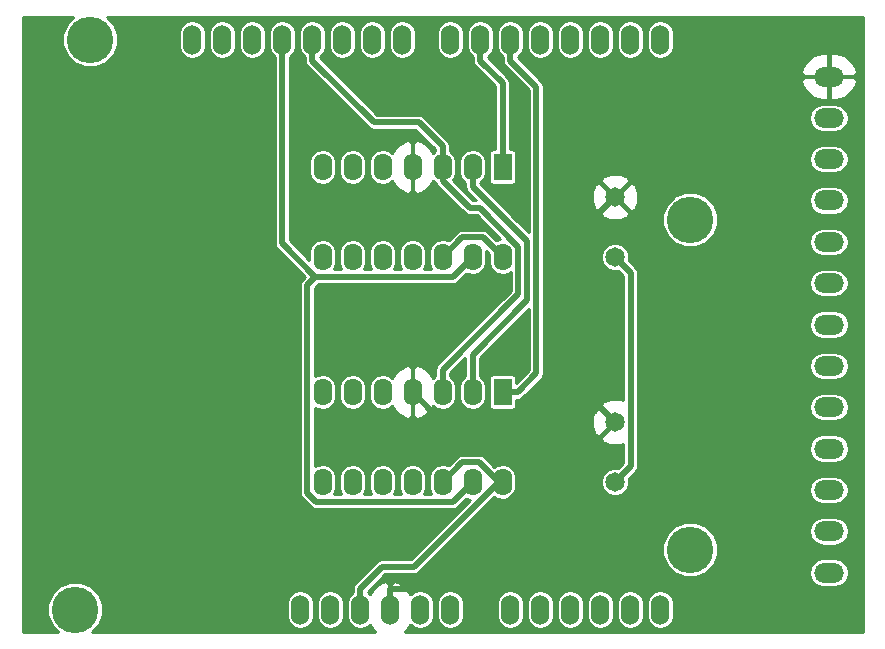
<source format=gbl>
G04 (created by PCBNEW (2013-mar-13)-testing) date Sat 24 Aug 2013 07:59:04 PM PDT*
%MOIN*%
G04 Gerber Fmt 3.4, Leading zero omitted, Abs format*
%FSLAX34Y34*%
G01*
G70*
G90*
G04 APERTURE LIST*
%ADD10C,0.005906*%
%ADD11O,0.060000X0.100000*%
%ADD12C,0.155000*%
%ADD13R,0.062000X0.090000*%
%ADD14O,0.062000X0.090000*%
%ADD15C,0.065000*%
%ADD16O,0.100000X0.065000*%
%ADD17C,0.020000*%
%ADD18C,0.010000*%
G04 APERTURE END LIST*
G54D10*
G54D11*
X31500Y-29000D03*
X30500Y-29000D03*
X29500Y-29000D03*
X26500Y-29000D03*
X27500Y-29000D03*
X28500Y-29000D03*
X24500Y-29000D03*
X23500Y-29000D03*
X22500Y-29000D03*
X20500Y-29000D03*
X19500Y-29000D03*
X31500Y-10000D03*
X30500Y-10000D03*
X29500Y-10000D03*
X28500Y-10000D03*
X27500Y-10000D03*
X26500Y-10000D03*
X25500Y-10000D03*
X24500Y-10000D03*
X22900Y-10000D03*
X21900Y-10000D03*
X20900Y-10000D03*
X19900Y-10000D03*
X18900Y-10000D03*
X17900Y-10000D03*
X16900Y-10000D03*
X15900Y-10000D03*
X21500Y-29000D03*
G54D12*
X32500Y-27000D03*
X32500Y-16000D03*
X12500Y-10000D03*
X12000Y-29000D03*
G54D13*
X26250Y-21750D03*
G54D14*
X25250Y-21750D03*
X24250Y-21750D03*
X23250Y-21750D03*
X22250Y-21750D03*
X21250Y-21750D03*
X20250Y-21750D03*
X20250Y-24750D03*
X21250Y-24750D03*
X22250Y-24750D03*
X23250Y-24750D03*
X24250Y-24750D03*
X25250Y-24750D03*
X26250Y-24750D03*
G54D13*
X26250Y-14250D03*
G54D14*
X25250Y-14250D03*
X24250Y-14250D03*
X23250Y-14250D03*
X22250Y-14250D03*
X21250Y-14250D03*
X20250Y-14250D03*
X20250Y-17250D03*
X21250Y-17250D03*
X22250Y-17250D03*
X23250Y-17250D03*
X24250Y-17250D03*
X25250Y-17250D03*
X26250Y-17250D03*
G54D15*
X30000Y-24750D03*
X30000Y-22750D03*
X30000Y-17250D03*
X30000Y-15250D03*
G54D16*
X37126Y-27769D03*
X37125Y-26392D03*
X37124Y-25011D03*
X37125Y-23634D03*
X37125Y-22256D03*
X37125Y-20880D03*
X37125Y-19501D03*
X37124Y-18123D03*
X37124Y-16745D03*
X37124Y-15365D03*
X37123Y-12611D03*
X37124Y-13989D03*
X37124Y-11233D03*
G54D17*
X30530Y-24220D02*
X30000Y-24750D01*
X30530Y-17780D02*
X30530Y-24220D01*
X30000Y-17250D02*
X30530Y-17780D01*
X24906Y-16593D02*
X24250Y-17250D01*
X25593Y-16593D02*
X24906Y-16593D01*
X26250Y-17250D02*
X25593Y-16593D01*
X21500Y-29000D02*
X21500Y-28299D01*
X25471Y-24091D02*
X26122Y-24741D01*
X24908Y-24091D02*
X25471Y-24091D01*
X24250Y-24750D02*
X24908Y-24091D01*
X26241Y-24741D02*
X26122Y-24741D01*
X26250Y-24750D02*
X26241Y-24741D01*
X22229Y-27570D02*
X21500Y-28299D01*
X23292Y-27570D02*
X22229Y-27570D01*
X26122Y-24741D02*
X23292Y-27570D01*
X27378Y-11578D02*
X26500Y-10700D01*
X27378Y-21131D02*
X27378Y-11578D01*
X26760Y-21750D02*
X27378Y-21131D01*
X26250Y-21750D02*
X26760Y-21750D01*
X26500Y-10000D02*
X26500Y-10700D01*
X26250Y-11450D02*
X25500Y-10700D01*
X26250Y-14250D02*
X26250Y-11450D01*
X25500Y-10000D02*
X25500Y-10700D01*
X24592Y-17907D02*
X20011Y-17907D01*
X25250Y-17250D02*
X24592Y-17907D01*
X18900Y-16795D02*
X18900Y-10000D01*
X20011Y-17907D02*
X18900Y-16795D01*
X19738Y-18179D02*
X20011Y-17907D01*
X19738Y-25113D02*
X19738Y-18179D01*
X20026Y-25401D02*
X19738Y-25113D01*
X24598Y-25401D02*
X20026Y-25401D01*
X25250Y-24750D02*
X24598Y-25401D01*
X24250Y-14250D02*
X24250Y-14700D01*
X24250Y-14700D02*
X25162Y-15612D01*
X25162Y-15612D02*
X25490Y-15612D01*
X25490Y-15612D02*
X26778Y-16900D01*
X26778Y-16900D02*
X26778Y-18471D01*
X26778Y-18471D02*
X24250Y-21000D01*
X24250Y-21000D02*
X24250Y-21750D01*
X19900Y-10000D02*
X19900Y-10700D01*
X19900Y-10700D02*
X21950Y-12750D01*
X21950Y-12750D02*
X23450Y-12750D01*
X23450Y-12750D02*
X24250Y-13550D01*
X24250Y-13550D02*
X24250Y-14250D01*
X25250Y-20510D02*
X25250Y-21750D01*
X27078Y-18682D02*
X25250Y-20510D01*
X27078Y-16728D02*
X27078Y-18682D01*
X25250Y-14900D02*
X27078Y-16728D01*
X25250Y-14250D02*
X25250Y-14900D01*
X30000Y-22750D02*
X29469Y-22219D01*
X29469Y-15780D02*
X30000Y-15250D01*
X29469Y-22219D02*
X29469Y-15780D01*
X22500Y-29000D02*
X22500Y-28299D01*
X23562Y-28299D02*
X22500Y-28299D01*
X26779Y-25083D02*
X23562Y-28299D01*
X26779Y-22403D02*
X26779Y-25083D01*
X29286Y-22403D02*
X26779Y-22403D01*
X29469Y-22219D02*
X29286Y-22403D01*
X23903Y-22403D02*
X23250Y-21750D01*
X26779Y-22403D02*
X23903Y-22403D01*
G54D10*
G36*
X38250Y-29750D02*
X38060Y-29750D01*
X38060Y-11378D01*
X38060Y-11087D01*
X38024Y-10959D01*
X37864Y-10702D01*
X37618Y-10526D01*
X37324Y-10458D01*
X37149Y-10458D01*
X37149Y-11208D01*
X37961Y-11208D01*
X38060Y-11087D01*
X38060Y-11378D01*
X37961Y-11258D01*
X37149Y-11258D01*
X37149Y-12008D01*
X37324Y-12008D01*
X37618Y-11939D01*
X37864Y-11763D01*
X38024Y-11506D01*
X38060Y-11378D01*
X38060Y-29750D01*
X37788Y-29750D01*
X37788Y-27769D01*
X37787Y-27763D01*
X37787Y-26392D01*
X37787Y-23634D01*
X37787Y-22256D01*
X37787Y-20880D01*
X37787Y-19501D01*
X37786Y-19495D01*
X37786Y-18123D01*
X37786Y-16745D01*
X37786Y-15365D01*
X37786Y-13989D01*
X37785Y-13983D01*
X37785Y-12611D01*
X37749Y-12429D01*
X37646Y-12275D01*
X37492Y-12172D01*
X37310Y-12136D01*
X37099Y-12136D01*
X37099Y-12008D01*
X37099Y-11258D01*
X37099Y-11208D01*
X37099Y-10458D01*
X36924Y-10458D01*
X36629Y-10526D01*
X36383Y-10702D01*
X36223Y-10959D01*
X36187Y-11087D01*
X36286Y-11208D01*
X37099Y-11208D01*
X37099Y-11258D01*
X36286Y-11258D01*
X36187Y-11378D01*
X36223Y-11506D01*
X36383Y-11763D01*
X36629Y-11939D01*
X36924Y-12008D01*
X37099Y-12008D01*
X37099Y-12136D01*
X36935Y-12136D01*
X36753Y-12172D01*
X36599Y-12275D01*
X36496Y-12429D01*
X36460Y-12611D01*
X36496Y-12792D01*
X36599Y-12946D01*
X36753Y-13049D01*
X36935Y-13086D01*
X37310Y-13086D01*
X37492Y-13049D01*
X37646Y-12946D01*
X37749Y-12792D01*
X37785Y-12611D01*
X37785Y-13983D01*
X37750Y-13807D01*
X37647Y-13653D01*
X37493Y-13550D01*
X37311Y-13514D01*
X36936Y-13514D01*
X36754Y-13550D01*
X36600Y-13653D01*
X36497Y-13807D01*
X36461Y-13989D01*
X36497Y-14170D01*
X36600Y-14324D01*
X36754Y-14427D01*
X36936Y-14464D01*
X37311Y-14464D01*
X37493Y-14427D01*
X37647Y-14324D01*
X37750Y-14170D01*
X37786Y-13989D01*
X37786Y-15365D01*
X37750Y-15183D01*
X37647Y-15029D01*
X37493Y-14926D01*
X37311Y-14890D01*
X36936Y-14890D01*
X36754Y-14926D01*
X36600Y-15029D01*
X36497Y-15183D01*
X36461Y-15365D01*
X36497Y-15546D01*
X36600Y-15700D01*
X36754Y-15803D01*
X36936Y-15840D01*
X37311Y-15840D01*
X37493Y-15803D01*
X37647Y-15700D01*
X37750Y-15546D01*
X37786Y-15365D01*
X37786Y-16745D01*
X37750Y-16563D01*
X37647Y-16409D01*
X37493Y-16306D01*
X37311Y-16270D01*
X36936Y-16270D01*
X36754Y-16306D01*
X36600Y-16409D01*
X36497Y-16563D01*
X36461Y-16745D01*
X36497Y-16926D01*
X36600Y-17080D01*
X36754Y-17183D01*
X36936Y-17220D01*
X37311Y-17220D01*
X37493Y-17183D01*
X37647Y-17080D01*
X37750Y-16926D01*
X37786Y-16745D01*
X37786Y-18123D01*
X37750Y-17941D01*
X37647Y-17787D01*
X37493Y-17684D01*
X37311Y-17648D01*
X36936Y-17648D01*
X36754Y-17684D01*
X36600Y-17787D01*
X36497Y-17941D01*
X36461Y-18123D01*
X36497Y-18304D01*
X36600Y-18458D01*
X36754Y-18561D01*
X36936Y-18598D01*
X37311Y-18598D01*
X37493Y-18561D01*
X37647Y-18458D01*
X37750Y-18304D01*
X37786Y-18123D01*
X37786Y-19495D01*
X37751Y-19319D01*
X37648Y-19165D01*
X37494Y-19062D01*
X37312Y-19026D01*
X36937Y-19026D01*
X36755Y-19062D01*
X36601Y-19165D01*
X36498Y-19319D01*
X36462Y-19501D01*
X36498Y-19682D01*
X36601Y-19836D01*
X36755Y-19939D01*
X36937Y-19976D01*
X37312Y-19976D01*
X37494Y-19939D01*
X37648Y-19836D01*
X37751Y-19682D01*
X37787Y-19501D01*
X37787Y-20880D01*
X37751Y-20698D01*
X37648Y-20544D01*
X37494Y-20441D01*
X37312Y-20405D01*
X36937Y-20405D01*
X36755Y-20441D01*
X36601Y-20544D01*
X36498Y-20698D01*
X36462Y-20880D01*
X36498Y-21061D01*
X36601Y-21215D01*
X36755Y-21318D01*
X36937Y-21355D01*
X37312Y-21355D01*
X37494Y-21318D01*
X37648Y-21215D01*
X37751Y-21061D01*
X37787Y-20880D01*
X37787Y-22256D01*
X37751Y-22074D01*
X37648Y-21920D01*
X37494Y-21817D01*
X37312Y-21781D01*
X36937Y-21781D01*
X36755Y-21817D01*
X36601Y-21920D01*
X36498Y-22074D01*
X36462Y-22256D01*
X36498Y-22437D01*
X36601Y-22591D01*
X36755Y-22694D01*
X36937Y-22731D01*
X37312Y-22731D01*
X37494Y-22694D01*
X37648Y-22591D01*
X37751Y-22437D01*
X37787Y-22256D01*
X37787Y-23634D01*
X37751Y-23452D01*
X37648Y-23298D01*
X37494Y-23195D01*
X37312Y-23159D01*
X36937Y-23159D01*
X36755Y-23195D01*
X36601Y-23298D01*
X36498Y-23452D01*
X36462Y-23634D01*
X36498Y-23815D01*
X36601Y-23969D01*
X36755Y-24072D01*
X36937Y-24109D01*
X37312Y-24109D01*
X37494Y-24072D01*
X37648Y-23969D01*
X37751Y-23815D01*
X37787Y-23634D01*
X37787Y-26392D01*
X37786Y-26386D01*
X37786Y-25011D01*
X37750Y-24829D01*
X37647Y-24675D01*
X37493Y-24572D01*
X37311Y-24536D01*
X36936Y-24536D01*
X36754Y-24572D01*
X36600Y-24675D01*
X36497Y-24829D01*
X36461Y-25011D01*
X36497Y-25192D01*
X36600Y-25346D01*
X36754Y-25449D01*
X36936Y-25486D01*
X37311Y-25486D01*
X37493Y-25449D01*
X37647Y-25346D01*
X37750Y-25192D01*
X37786Y-25011D01*
X37786Y-26386D01*
X37751Y-26210D01*
X37648Y-26056D01*
X37494Y-25953D01*
X37312Y-25917D01*
X36937Y-25917D01*
X36755Y-25953D01*
X36601Y-26056D01*
X36498Y-26210D01*
X36462Y-26392D01*
X36498Y-26573D01*
X36601Y-26727D01*
X36755Y-26830D01*
X36937Y-26867D01*
X37312Y-26867D01*
X37494Y-26830D01*
X37648Y-26727D01*
X37751Y-26573D01*
X37787Y-26392D01*
X37787Y-27763D01*
X37752Y-27587D01*
X37649Y-27433D01*
X37495Y-27330D01*
X37313Y-27294D01*
X36938Y-27294D01*
X36756Y-27330D01*
X36602Y-27433D01*
X36499Y-27587D01*
X36463Y-27769D01*
X36499Y-27950D01*
X36602Y-28104D01*
X36756Y-28207D01*
X36938Y-28244D01*
X37313Y-28244D01*
X37495Y-28207D01*
X37649Y-28104D01*
X37752Y-27950D01*
X37788Y-27769D01*
X37788Y-29750D01*
X33425Y-29750D01*
X33425Y-26816D01*
X33425Y-15816D01*
X33284Y-15476D01*
X33024Y-15216D01*
X32684Y-15075D01*
X32316Y-15074D01*
X31976Y-15215D01*
X31950Y-15242D01*
X31950Y-10212D01*
X31950Y-9787D01*
X31915Y-9615D01*
X31818Y-9469D01*
X31672Y-9371D01*
X31500Y-9337D01*
X31327Y-9371D01*
X31181Y-9469D01*
X31084Y-9615D01*
X31050Y-9787D01*
X31050Y-10212D01*
X31084Y-10384D01*
X31181Y-10530D01*
X31327Y-10628D01*
X31500Y-10662D01*
X31672Y-10628D01*
X31818Y-10530D01*
X31915Y-10384D01*
X31950Y-10212D01*
X31950Y-15242D01*
X31716Y-15475D01*
X31575Y-15815D01*
X31574Y-16183D01*
X31715Y-16523D01*
X31975Y-16783D01*
X32315Y-16924D01*
X32683Y-16925D01*
X33023Y-16784D01*
X33283Y-16524D01*
X33424Y-16184D01*
X33425Y-15816D01*
X33425Y-26816D01*
X33284Y-26476D01*
X33024Y-26216D01*
X32684Y-26075D01*
X32316Y-26074D01*
X31976Y-26215D01*
X31716Y-26475D01*
X31575Y-26815D01*
X31574Y-27183D01*
X31715Y-27523D01*
X31975Y-27783D01*
X32315Y-27924D01*
X32683Y-27925D01*
X33023Y-27784D01*
X33283Y-27524D01*
X33424Y-27184D01*
X33425Y-26816D01*
X33425Y-29750D01*
X31950Y-29750D01*
X31950Y-29212D01*
X31950Y-28787D01*
X31915Y-28615D01*
X31818Y-28469D01*
X31672Y-28371D01*
X31500Y-28337D01*
X31327Y-28371D01*
X31181Y-28469D01*
X31084Y-28615D01*
X31050Y-28787D01*
X31050Y-29212D01*
X31084Y-29384D01*
X31181Y-29530D01*
X31327Y-29628D01*
X31500Y-29662D01*
X31672Y-29628D01*
X31818Y-29530D01*
X31915Y-29384D01*
X31950Y-29212D01*
X31950Y-29750D01*
X30950Y-29750D01*
X30950Y-29212D01*
X30950Y-28787D01*
X30950Y-10212D01*
X30950Y-9787D01*
X30915Y-9615D01*
X30818Y-9469D01*
X30672Y-9371D01*
X30500Y-9337D01*
X30327Y-9371D01*
X30181Y-9469D01*
X30084Y-9615D01*
X30050Y-9787D01*
X30050Y-10212D01*
X30084Y-10384D01*
X30181Y-10530D01*
X30327Y-10628D01*
X30500Y-10662D01*
X30672Y-10628D01*
X30818Y-10530D01*
X30915Y-10384D01*
X30950Y-10212D01*
X30950Y-28787D01*
X30915Y-28615D01*
X30818Y-28469D01*
X30780Y-28443D01*
X30780Y-24220D01*
X30780Y-17780D01*
X30776Y-17760D01*
X30776Y-15101D01*
X30660Y-14816D01*
X30653Y-14806D01*
X30496Y-14788D01*
X30461Y-14824D01*
X30461Y-14753D01*
X30444Y-14596D01*
X30160Y-14476D01*
X29950Y-14474D01*
X29950Y-10212D01*
X29950Y-9787D01*
X29915Y-9615D01*
X29818Y-9469D01*
X29672Y-9371D01*
X29500Y-9337D01*
X29327Y-9371D01*
X29181Y-9469D01*
X29084Y-9615D01*
X29050Y-9787D01*
X29050Y-10212D01*
X29084Y-10384D01*
X29181Y-10530D01*
X29327Y-10628D01*
X29500Y-10662D01*
X29672Y-10628D01*
X29818Y-10530D01*
X29915Y-10384D01*
X29950Y-10212D01*
X29950Y-14474D01*
X29851Y-14473D01*
X29566Y-14589D01*
X29556Y-14596D01*
X29538Y-14753D01*
X30000Y-15214D01*
X30461Y-14753D01*
X30461Y-14824D01*
X30035Y-15250D01*
X30496Y-15711D01*
X30653Y-15694D01*
X30773Y-15410D01*
X30776Y-15101D01*
X30776Y-17760D01*
X30760Y-17684D01*
X30760Y-17684D01*
X30706Y-17603D01*
X30467Y-17363D01*
X30474Y-17344D01*
X30475Y-17155D01*
X30461Y-17122D01*
X30461Y-15746D01*
X30000Y-15285D01*
X29964Y-15320D01*
X29964Y-15250D01*
X29503Y-14788D01*
X29346Y-14806D01*
X29226Y-15089D01*
X29223Y-15398D01*
X29339Y-15683D01*
X29346Y-15694D01*
X29503Y-15711D01*
X29964Y-15250D01*
X29964Y-15320D01*
X29538Y-15746D01*
X29556Y-15903D01*
X29839Y-16023D01*
X30148Y-16026D01*
X30433Y-15910D01*
X30444Y-15903D01*
X30461Y-15746D01*
X30461Y-17122D01*
X30402Y-16981D01*
X30269Y-16847D01*
X30094Y-16775D01*
X29905Y-16774D01*
X29731Y-16847D01*
X29597Y-16980D01*
X29525Y-17155D01*
X29524Y-17344D01*
X29597Y-17518D01*
X29730Y-17652D01*
X29905Y-17724D01*
X30094Y-17725D01*
X30113Y-17717D01*
X30280Y-17883D01*
X30280Y-22026D01*
X30160Y-21976D01*
X29851Y-21973D01*
X29566Y-22089D01*
X29556Y-22096D01*
X29538Y-22253D01*
X30000Y-22714D01*
X30005Y-22709D01*
X30040Y-22744D01*
X30035Y-22750D01*
X30040Y-22755D01*
X30005Y-22790D01*
X30000Y-22785D01*
X29964Y-22820D01*
X29964Y-22750D01*
X29503Y-22288D01*
X29346Y-22306D01*
X29226Y-22589D01*
X29223Y-22898D01*
X29339Y-23183D01*
X29346Y-23194D01*
X29503Y-23211D01*
X29964Y-22750D01*
X29964Y-22820D01*
X29538Y-23246D01*
X29556Y-23403D01*
X29839Y-23523D01*
X30148Y-23526D01*
X30280Y-23472D01*
X30280Y-24116D01*
X30113Y-24282D01*
X30094Y-24275D01*
X29905Y-24274D01*
X29731Y-24347D01*
X29597Y-24480D01*
X29525Y-24655D01*
X29524Y-24844D01*
X29597Y-25018D01*
X29730Y-25152D01*
X29905Y-25224D01*
X30094Y-25225D01*
X30268Y-25152D01*
X30402Y-25019D01*
X30474Y-24844D01*
X30475Y-24655D01*
X30467Y-24636D01*
X30706Y-24396D01*
X30760Y-24315D01*
X30760Y-24315D01*
X30780Y-24220D01*
X30780Y-28443D01*
X30672Y-28371D01*
X30500Y-28337D01*
X30327Y-28371D01*
X30181Y-28469D01*
X30084Y-28615D01*
X30050Y-28787D01*
X30050Y-29212D01*
X30084Y-29384D01*
X30181Y-29530D01*
X30327Y-29628D01*
X30500Y-29662D01*
X30672Y-29628D01*
X30818Y-29530D01*
X30915Y-29384D01*
X30950Y-29212D01*
X30950Y-29750D01*
X29950Y-29750D01*
X29950Y-29212D01*
X29950Y-28787D01*
X29915Y-28615D01*
X29818Y-28469D01*
X29672Y-28371D01*
X29500Y-28337D01*
X29327Y-28371D01*
X29181Y-28469D01*
X29084Y-28615D01*
X29050Y-28787D01*
X29050Y-29212D01*
X29084Y-29384D01*
X29181Y-29530D01*
X29327Y-29628D01*
X29500Y-29662D01*
X29672Y-29628D01*
X29818Y-29530D01*
X29915Y-29384D01*
X29950Y-29212D01*
X29950Y-29750D01*
X28950Y-29750D01*
X28950Y-29212D01*
X28950Y-28787D01*
X28950Y-10212D01*
X28950Y-9787D01*
X28915Y-9615D01*
X28818Y-9469D01*
X28672Y-9371D01*
X28500Y-9337D01*
X28327Y-9371D01*
X28181Y-9469D01*
X28084Y-9615D01*
X28050Y-9787D01*
X28050Y-10212D01*
X28084Y-10384D01*
X28181Y-10530D01*
X28327Y-10628D01*
X28500Y-10662D01*
X28672Y-10628D01*
X28818Y-10530D01*
X28915Y-10384D01*
X28950Y-10212D01*
X28950Y-28787D01*
X28915Y-28615D01*
X28818Y-28469D01*
X28672Y-28371D01*
X28500Y-28337D01*
X28327Y-28371D01*
X28181Y-28469D01*
X28084Y-28615D01*
X28050Y-28787D01*
X28050Y-29212D01*
X28084Y-29384D01*
X28181Y-29530D01*
X28327Y-29628D01*
X28500Y-29662D01*
X28672Y-29628D01*
X28818Y-29530D01*
X28915Y-29384D01*
X28950Y-29212D01*
X28950Y-29750D01*
X27950Y-29750D01*
X27950Y-29212D01*
X27950Y-28787D01*
X27950Y-10212D01*
X27950Y-9787D01*
X27915Y-9615D01*
X27818Y-9469D01*
X27672Y-9371D01*
X27500Y-9337D01*
X27327Y-9371D01*
X27181Y-9469D01*
X27084Y-9615D01*
X27050Y-9787D01*
X27050Y-10212D01*
X27084Y-10384D01*
X27181Y-10530D01*
X27327Y-10628D01*
X27500Y-10662D01*
X27672Y-10628D01*
X27818Y-10530D01*
X27915Y-10384D01*
X27950Y-10212D01*
X27950Y-28787D01*
X27915Y-28615D01*
X27818Y-28469D01*
X27672Y-28371D01*
X27500Y-28337D01*
X27327Y-28371D01*
X27181Y-28469D01*
X27084Y-28615D01*
X27050Y-28787D01*
X27050Y-29212D01*
X27084Y-29384D01*
X27181Y-29530D01*
X27327Y-29628D01*
X27500Y-29662D01*
X27672Y-29628D01*
X27818Y-29530D01*
X27915Y-29384D01*
X27950Y-29212D01*
X27950Y-29750D01*
X26950Y-29750D01*
X26950Y-29212D01*
X26950Y-28787D01*
X26915Y-28615D01*
X26818Y-28469D01*
X26672Y-28371D01*
X26500Y-28337D01*
X26327Y-28371D01*
X26181Y-28469D01*
X26084Y-28615D01*
X26050Y-28787D01*
X26050Y-29212D01*
X26084Y-29384D01*
X26181Y-29530D01*
X26327Y-29628D01*
X26500Y-29662D01*
X26672Y-29628D01*
X26818Y-29530D01*
X26915Y-29384D01*
X26950Y-29212D01*
X26950Y-29750D01*
X24950Y-29750D01*
X24950Y-29212D01*
X24950Y-28787D01*
X24915Y-28615D01*
X24818Y-28469D01*
X24672Y-28371D01*
X24500Y-28337D01*
X24327Y-28371D01*
X24181Y-28469D01*
X24084Y-28615D01*
X24050Y-28787D01*
X24050Y-29212D01*
X24084Y-29384D01*
X24181Y-29530D01*
X24327Y-29628D01*
X24500Y-29662D01*
X24672Y-29628D01*
X24818Y-29530D01*
X24915Y-29384D01*
X24950Y-29212D01*
X24950Y-29750D01*
X23009Y-29750D01*
X23012Y-29748D01*
X23175Y-29521D01*
X23181Y-29530D01*
X23327Y-29628D01*
X23500Y-29662D01*
X23672Y-29628D01*
X23818Y-29530D01*
X23915Y-29384D01*
X23950Y-29212D01*
X23950Y-28787D01*
X23915Y-28615D01*
X23818Y-28469D01*
X23672Y-28371D01*
X23500Y-28337D01*
X23327Y-28371D01*
X23181Y-28469D01*
X23175Y-28478D01*
X23012Y-28251D01*
X22763Y-28097D01*
X22641Y-28063D01*
X22525Y-28162D01*
X22525Y-28975D01*
X22532Y-28975D01*
X22532Y-29025D01*
X22525Y-29025D01*
X22525Y-29032D01*
X22475Y-29032D01*
X22475Y-29025D01*
X22467Y-29025D01*
X22467Y-28975D01*
X22475Y-28975D01*
X22475Y-28162D01*
X22358Y-28063D01*
X22236Y-28097D01*
X21987Y-28251D01*
X21824Y-28478D01*
X21818Y-28469D01*
X21750Y-28423D01*
X21750Y-28403D01*
X22333Y-27820D01*
X23292Y-27820D01*
X23388Y-27801D01*
X23469Y-27747D01*
X25963Y-25253D01*
X26073Y-25326D01*
X26250Y-25361D01*
X26426Y-25326D01*
X26575Y-25227D01*
X26674Y-25077D01*
X26710Y-24901D01*
X26710Y-24598D01*
X26674Y-24422D01*
X26575Y-24272D01*
X26426Y-24173D01*
X26250Y-24138D01*
X26073Y-24173D01*
X25974Y-24239D01*
X25648Y-23914D01*
X25567Y-23860D01*
X25471Y-23841D01*
X24908Y-23841D01*
X24813Y-23860D01*
X24731Y-23914D01*
X24454Y-24192D01*
X24426Y-24173D01*
X24250Y-24138D01*
X24073Y-24173D01*
X23924Y-24272D01*
X23825Y-24422D01*
X23790Y-24598D01*
X23790Y-24901D01*
X23825Y-25077D01*
X23874Y-25151D01*
X23625Y-25151D01*
X23674Y-25077D01*
X23710Y-24901D01*
X23710Y-24598D01*
X23674Y-24422D01*
X23575Y-24272D01*
X23426Y-24173D01*
X23250Y-24138D01*
X23225Y-24143D01*
X23225Y-22537D01*
X23225Y-21775D01*
X23217Y-21775D01*
X23217Y-21725D01*
X23225Y-21725D01*
X23225Y-20962D01*
X23106Y-20863D01*
X22982Y-20898D01*
X22730Y-21054D01*
X22574Y-21272D01*
X22426Y-21173D01*
X22250Y-21138D01*
X22073Y-21173D01*
X21924Y-21272D01*
X21825Y-21422D01*
X21790Y-21598D01*
X21790Y-21901D01*
X21825Y-22077D01*
X21924Y-22227D01*
X22073Y-22326D01*
X22250Y-22361D01*
X22426Y-22326D01*
X22574Y-22227D01*
X22730Y-22445D01*
X22982Y-22601D01*
X23106Y-22636D01*
X23225Y-22537D01*
X23225Y-24143D01*
X23073Y-24173D01*
X22924Y-24272D01*
X22825Y-24422D01*
X22790Y-24598D01*
X22790Y-24901D01*
X22825Y-25077D01*
X22874Y-25151D01*
X22625Y-25151D01*
X22674Y-25077D01*
X22710Y-24901D01*
X22710Y-24598D01*
X22674Y-24422D01*
X22575Y-24272D01*
X22426Y-24173D01*
X22250Y-24138D01*
X22073Y-24173D01*
X21924Y-24272D01*
X21825Y-24422D01*
X21790Y-24598D01*
X21790Y-24901D01*
X21825Y-25077D01*
X21874Y-25151D01*
X21625Y-25151D01*
X21674Y-25077D01*
X21710Y-24901D01*
X21710Y-24598D01*
X21710Y-21901D01*
X21710Y-21598D01*
X21674Y-21422D01*
X21575Y-21272D01*
X21426Y-21173D01*
X21250Y-21138D01*
X21073Y-21173D01*
X20924Y-21272D01*
X20825Y-21422D01*
X20790Y-21598D01*
X20790Y-21901D01*
X20825Y-22077D01*
X20924Y-22227D01*
X21073Y-22326D01*
X21250Y-22361D01*
X21426Y-22326D01*
X21575Y-22227D01*
X21674Y-22077D01*
X21710Y-21901D01*
X21710Y-24598D01*
X21674Y-24422D01*
X21575Y-24272D01*
X21426Y-24173D01*
X21250Y-24138D01*
X21073Y-24173D01*
X20924Y-24272D01*
X20825Y-24422D01*
X20790Y-24598D01*
X20790Y-24901D01*
X20825Y-25077D01*
X20874Y-25151D01*
X20625Y-25151D01*
X20674Y-25077D01*
X20710Y-24901D01*
X20710Y-24598D01*
X20674Y-24422D01*
X20575Y-24272D01*
X20426Y-24173D01*
X20250Y-24138D01*
X20073Y-24173D01*
X19988Y-24230D01*
X19988Y-22269D01*
X20073Y-22326D01*
X20250Y-22361D01*
X20426Y-22326D01*
X20575Y-22227D01*
X20674Y-22077D01*
X20710Y-21901D01*
X20710Y-21598D01*
X20674Y-21422D01*
X20575Y-21272D01*
X20426Y-21173D01*
X20250Y-21138D01*
X20073Y-21173D01*
X19988Y-21230D01*
X19988Y-18282D01*
X20114Y-18157D01*
X24592Y-18157D01*
X24688Y-18137D01*
X24769Y-18083D01*
X25045Y-17807D01*
X25073Y-17826D01*
X25250Y-17861D01*
X25426Y-17826D01*
X25575Y-17727D01*
X25674Y-17577D01*
X25710Y-17401D01*
X25710Y-17098D01*
X25701Y-17054D01*
X25790Y-17143D01*
X25790Y-17401D01*
X25825Y-17577D01*
X25924Y-17727D01*
X26073Y-17826D01*
X26250Y-17861D01*
X26426Y-17826D01*
X26528Y-17758D01*
X26528Y-18368D01*
X24073Y-20823D01*
X24019Y-20904D01*
X24000Y-21000D01*
X24000Y-21222D01*
X23925Y-21272D01*
X23769Y-21054D01*
X23517Y-20898D01*
X23393Y-20863D01*
X23275Y-20962D01*
X23275Y-21725D01*
X23282Y-21725D01*
X23282Y-21775D01*
X23275Y-21775D01*
X23275Y-22537D01*
X23393Y-22636D01*
X23517Y-22601D01*
X23769Y-22445D01*
X23925Y-22227D01*
X24073Y-22326D01*
X24250Y-22361D01*
X24426Y-22326D01*
X24575Y-22227D01*
X24674Y-22077D01*
X24710Y-21901D01*
X24710Y-21598D01*
X24674Y-21422D01*
X24575Y-21272D01*
X24500Y-21222D01*
X24500Y-21103D01*
X25000Y-20603D01*
X25000Y-21222D01*
X24924Y-21272D01*
X24825Y-21422D01*
X24790Y-21598D01*
X24790Y-21901D01*
X24825Y-22077D01*
X24924Y-22227D01*
X25073Y-22326D01*
X25250Y-22361D01*
X25426Y-22326D01*
X25575Y-22227D01*
X25674Y-22077D01*
X25710Y-21901D01*
X25710Y-21598D01*
X25674Y-21422D01*
X25575Y-21272D01*
X25500Y-21222D01*
X25500Y-20614D01*
X27128Y-18985D01*
X27128Y-21028D01*
X26710Y-21446D01*
X26710Y-21270D01*
X26687Y-21215D01*
X26644Y-21172D01*
X26589Y-21150D01*
X26530Y-21150D01*
X25910Y-21150D01*
X25855Y-21172D01*
X25812Y-21215D01*
X25790Y-21270D01*
X25790Y-21329D01*
X25790Y-22229D01*
X25812Y-22284D01*
X25855Y-22327D01*
X25910Y-22350D01*
X25969Y-22350D01*
X26589Y-22350D01*
X26644Y-22327D01*
X26687Y-22284D01*
X26710Y-22229D01*
X26710Y-22170D01*
X26710Y-22000D01*
X26760Y-22000D01*
X26855Y-21980D01*
X26936Y-21926D01*
X27555Y-21308D01*
X27609Y-21227D01*
X27628Y-21131D01*
X27628Y-21131D01*
X27628Y-21131D01*
X27628Y-11578D01*
X27628Y-11578D01*
X27628Y-11578D01*
X27609Y-11482D01*
X27555Y-11401D01*
X27555Y-11401D01*
X27555Y-11401D01*
X26750Y-10596D01*
X26750Y-10576D01*
X26818Y-10530D01*
X26915Y-10384D01*
X26950Y-10212D01*
X26950Y-9787D01*
X26915Y-9615D01*
X26818Y-9469D01*
X26672Y-9371D01*
X26500Y-9337D01*
X26327Y-9371D01*
X26181Y-9469D01*
X26084Y-9615D01*
X26050Y-9787D01*
X26050Y-10212D01*
X26084Y-10384D01*
X26181Y-10530D01*
X26250Y-10576D01*
X26250Y-10700D01*
X26269Y-10795D01*
X26323Y-10876D01*
X27128Y-11682D01*
X27128Y-16425D01*
X26710Y-16006D01*
X26710Y-14729D01*
X26710Y-14670D01*
X26710Y-13770D01*
X26687Y-13715D01*
X26644Y-13672D01*
X26589Y-13650D01*
X26530Y-13650D01*
X26500Y-13650D01*
X26500Y-11450D01*
X26480Y-11354D01*
X26426Y-11273D01*
X25750Y-10596D01*
X25750Y-10576D01*
X25818Y-10530D01*
X25915Y-10384D01*
X25950Y-10212D01*
X25950Y-9787D01*
X25915Y-9615D01*
X25818Y-9469D01*
X25672Y-9371D01*
X25500Y-9337D01*
X25327Y-9371D01*
X25181Y-9469D01*
X25084Y-9615D01*
X25050Y-9787D01*
X25050Y-10212D01*
X25084Y-10384D01*
X25181Y-10530D01*
X25250Y-10576D01*
X25250Y-10700D01*
X25269Y-10795D01*
X25323Y-10876D01*
X26000Y-11553D01*
X26000Y-13650D01*
X25910Y-13650D01*
X25855Y-13672D01*
X25812Y-13715D01*
X25790Y-13770D01*
X25790Y-13829D01*
X25790Y-14729D01*
X25812Y-14784D01*
X25855Y-14827D01*
X25910Y-14850D01*
X25969Y-14850D01*
X26589Y-14850D01*
X26644Y-14827D01*
X26687Y-14784D01*
X26710Y-14729D01*
X26710Y-16006D01*
X25500Y-14796D01*
X25500Y-14777D01*
X25575Y-14727D01*
X25674Y-14577D01*
X25710Y-14401D01*
X25710Y-14098D01*
X25674Y-13922D01*
X25575Y-13772D01*
X25426Y-13673D01*
X25250Y-13638D01*
X25073Y-13673D01*
X24950Y-13756D01*
X24950Y-10212D01*
X24950Y-9787D01*
X24915Y-9615D01*
X24818Y-9469D01*
X24672Y-9371D01*
X24500Y-9337D01*
X24327Y-9371D01*
X24181Y-9469D01*
X24084Y-9615D01*
X24050Y-9787D01*
X24050Y-10212D01*
X24084Y-10384D01*
X24181Y-10530D01*
X24327Y-10628D01*
X24500Y-10662D01*
X24672Y-10628D01*
X24818Y-10530D01*
X24915Y-10384D01*
X24950Y-10212D01*
X24950Y-13756D01*
X24924Y-13772D01*
X24825Y-13922D01*
X24790Y-14098D01*
X24790Y-14401D01*
X24825Y-14577D01*
X24924Y-14727D01*
X25000Y-14777D01*
X25000Y-14900D01*
X25019Y-14995D01*
X25073Y-15076D01*
X25358Y-15362D01*
X25265Y-15362D01*
X24597Y-14693D01*
X24674Y-14577D01*
X24710Y-14401D01*
X24710Y-14098D01*
X24674Y-13922D01*
X24575Y-13772D01*
X24500Y-13722D01*
X24500Y-13550D01*
X24480Y-13454D01*
X24426Y-13373D01*
X23626Y-12573D01*
X23545Y-12519D01*
X23450Y-12500D01*
X23350Y-12500D01*
X23350Y-10212D01*
X23350Y-9787D01*
X23315Y-9615D01*
X23218Y-9469D01*
X23072Y-9371D01*
X22900Y-9337D01*
X22727Y-9371D01*
X22581Y-9469D01*
X22484Y-9615D01*
X22450Y-9787D01*
X22450Y-10212D01*
X22484Y-10384D01*
X22581Y-10530D01*
X22727Y-10628D01*
X22900Y-10662D01*
X23072Y-10628D01*
X23218Y-10530D01*
X23315Y-10384D01*
X23350Y-10212D01*
X23350Y-12500D01*
X22350Y-12500D01*
X22350Y-10212D01*
X22350Y-9787D01*
X22315Y-9615D01*
X22218Y-9469D01*
X22072Y-9371D01*
X21900Y-9337D01*
X21727Y-9371D01*
X21581Y-9469D01*
X21484Y-9615D01*
X21450Y-9787D01*
X21450Y-10212D01*
X21484Y-10384D01*
X21581Y-10530D01*
X21727Y-10628D01*
X21900Y-10662D01*
X22072Y-10628D01*
X22218Y-10530D01*
X22315Y-10384D01*
X22350Y-10212D01*
X22350Y-12500D01*
X22053Y-12500D01*
X21350Y-11796D01*
X21350Y-10212D01*
X21350Y-9787D01*
X21315Y-9615D01*
X21218Y-9469D01*
X21072Y-9371D01*
X20900Y-9337D01*
X20727Y-9371D01*
X20581Y-9469D01*
X20484Y-9615D01*
X20450Y-9787D01*
X20450Y-10212D01*
X20484Y-10384D01*
X20581Y-10530D01*
X20727Y-10628D01*
X20900Y-10662D01*
X21072Y-10628D01*
X21218Y-10530D01*
X21315Y-10384D01*
X21350Y-10212D01*
X21350Y-11796D01*
X20150Y-10596D01*
X20150Y-10576D01*
X20218Y-10530D01*
X20315Y-10384D01*
X20350Y-10212D01*
X20350Y-9787D01*
X20315Y-9615D01*
X20218Y-9469D01*
X20072Y-9371D01*
X19900Y-9337D01*
X19727Y-9371D01*
X19581Y-9469D01*
X19484Y-9615D01*
X19450Y-9787D01*
X19450Y-10212D01*
X19484Y-10384D01*
X19581Y-10530D01*
X19650Y-10576D01*
X19650Y-10700D01*
X19669Y-10795D01*
X19723Y-10876D01*
X21773Y-12926D01*
X21854Y-12980D01*
X21950Y-13000D01*
X23346Y-13000D01*
X24000Y-13653D01*
X24000Y-13722D01*
X23925Y-13772D01*
X23769Y-13554D01*
X23517Y-13398D01*
X23393Y-13363D01*
X23275Y-13462D01*
X23275Y-14225D01*
X23282Y-14225D01*
X23282Y-14275D01*
X23275Y-14275D01*
X23275Y-15037D01*
X23393Y-15136D01*
X23517Y-15101D01*
X23769Y-14945D01*
X23925Y-14727D01*
X24017Y-14789D01*
X24019Y-14795D01*
X24073Y-14876D01*
X24985Y-15788D01*
X25066Y-15843D01*
X25162Y-15862D01*
X25387Y-15862D01*
X26177Y-16652D01*
X26073Y-16673D01*
X26045Y-16692D01*
X25770Y-16417D01*
X25689Y-16362D01*
X25593Y-16343D01*
X24906Y-16343D01*
X24810Y-16362D01*
X24729Y-16417D01*
X24454Y-16692D01*
X24426Y-16673D01*
X24250Y-16638D01*
X24073Y-16673D01*
X23924Y-16772D01*
X23825Y-16922D01*
X23790Y-17098D01*
X23790Y-17401D01*
X23825Y-17577D01*
X23877Y-17657D01*
X23622Y-17657D01*
X23674Y-17577D01*
X23710Y-17401D01*
X23710Y-17098D01*
X23674Y-16922D01*
X23575Y-16772D01*
X23426Y-16673D01*
X23250Y-16638D01*
X23225Y-16643D01*
X23225Y-15037D01*
X23225Y-14275D01*
X23217Y-14275D01*
X23217Y-14225D01*
X23225Y-14225D01*
X23225Y-13462D01*
X23106Y-13363D01*
X22982Y-13398D01*
X22730Y-13554D01*
X22574Y-13772D01*
X22426Y-13673D01*
X22250Y-13638D01*
X22073Y-13673D01*
X21924Y-13772D01*
X21825Y-13922D01*
X21790Y-14098D01*
X21790Y-14401D01*
X21825Y-14577D01*
X21924Y-14727D01*
X22073Y-14826D01*
X22250Y-14861D01*
X22426Y-14826D01*
X22574Y-14727D01*
X22730Y-14945D01*
X22982Y-15101D01*
X23106Y-15136D01*
X23225Y-15037D01*
X23225Y-16643D01*
X23073Y-16673D01*
X22924Y-16772D01*
X22825Y-16922D01*
X22790Y-17098D01*
X22790Y-17401D01*
X22825Y-17577D01*
X22877Y-17657D01*
X22622Y-17657D01*
X22674Y-17577D01*
X22710Y-17401D01*
X22710Y-17098D01*
X22674Y-16922D01*
X22575Y-16772D01*
X22426Y-16673D01*
X22250Y-16638D01*
X22073Y-16673D01*
X21924Y-16772D01*
X21825Y-16922D01*
X21790Y-17098D01*
X21790Y-17401D01*
X21825Y-17577D01*
X21877Y-17657D01*
X21622Y-17657D01*
X21674Y-17577D01*
X21710Y-17401D01*
X21710Y-17098D01*
X21710Y-14401D01*
X21710Y-14098D01*
X21674Y-13922D01*
X21575Y-13772D01*
X21426Y-13673D01*
X21250Y-13638D01*
X21073Y-13673D01*
X20924Y-13772D01*
X20825Y-13922D01*
X20790Y-14098D01*
X20790Y-14401D01*
X20825Y-14577D01*
X20924Y-14727D01*
X21073Y-14826D01*
X21250Y-14861D01*
X21426Y-14826D01*
X21575Y-14727D01*
X21674Y-14577D01*
X21710Y-14401D01*
X21710Y-17098D01*
X21674Y-16922D01*
X21575Y-16772D01*
X21426Y-16673D01*
X21250Y-16638D01*
X21073Y-16673D01*
X20924Y-16772D01*
X20825Y-16922D01*
X20790Y-17098D01*
X20790Y-17401D01*
X20825Y-17577D01*
X20877Y-17657D01*
X20622Y-17657D01*
X20674Y-17577D01*
X20710Y-17401D01*
X20710Y-17098D01*
X20710Y-14401D01*
X20710Y-14098D01*
X20674Y-13922D01*
X20575Y-13772D01*
X20426Y-13673D01*
X20250Y-13638D01*
X20073Y-13673D01*
X19924Y-13772D01*
X19825Y-13922D01*
X19790Y-14098D01*
X19790Y-14401D01*
X19825Y-14577D01*
X19924Y-14727D01*
X20073Y-14826D01*
X20250Y-14861D01*
X20426Y-14826D01*
X20575Y-14727D01*
X20674Y-14577D01*
X20710Y-14401D01*
X20710Y-17098D01*
X20674Y-16922D01*
X20575Y-16772D01*
X20426Y-16673D01*
X20250Y-16638D01*
X20073Y-16673D01*
X19924Y-16772D01*
X19825Y-16922D01*
X19790Y-17098D01*
X19790Y-17332D01*
X19150Y-16692D01*
X19150Y-10576D01*
X19218Y-10530D01*
X19315Y-10384D01*
X19350Y-10212D01*
X19350Y-9787D01*
X19315Y-9615D01*
X19218Y-9469D01*
X19072Y-9371D01*
X18900Y-9337D01*
X18727Y-9371D01*
X18581Y-9469D01*
X18484Y-9615D01*
X18450Y-9787D01*
X18450Y-10212D01*
X18484Y-10384D01*
X18581Y-10530D01*
X18650Y-10576D01*
X18650Y-16795D01*
X18669Y-16891D01*
X18723Y-16972D01*
X19657Y-17907D01*
X19561Y-18002D01*
X19507Y-18083D01*
X19488Y-18179D01*
X19488Y-25113D01*
X19507Y-25208D01*
X19561Y-25289D01*
X19850Y-25577D01*
X19850Y-25577D01*
X19898Y-25610D01*
X19931Y-25632D01*
X19931Y-25632D01*
X20026Y-25651D01*
X24598Y-25651D01*
X24694Y-25632D01*
X24775Y-25577D01*
X25045Y-25307D01*
X25073Y-25326D01*
X25164Y-25344D01*
X23189Y-27320D01*
X22229Y-27320D01*
X22133Y-27339D01*
X22052Y-27393D01*
X21323Y-28123D01*
X21269Y-28204D01*
X21250Y-28299D01*
X21250Y-28423D01*
X21181Y-28469D01*
X21084Y-28615D01*
X21050Y-28787D01*
X21050Y-29212D01*
X21084Y-29384D01*
X21181Y-29530D01*
X21327Y-29628D01*
X21500Y-29662D01*
X21672Y-29628D01*
X21818Y-29530D01*
X21824Y-29521D01*
X21987Y-29748D01*
X21990Y-29750D01*
X20950Y-29750D01*
X20950Y-29212D01*
X20950Y-28787D01*
X20915Y-28615D01*
X20818Y-28469D01*
X20672Y-28371D01*
X20500Y-28337D01*
X20327Y-28371D01*
X20181Y-28469D01*
X20084Y-28615D01*
X20050Y-28787D01*
X20050Y-29212D01*
X20084Y-29384D01*
X20181Y-29530D01*
X20327Y-29628D01*
X20500Y-29662D01*
X20672Y-29628D01*
X20818Y-29530D01*
X20915Y-29384D01*
X20950Y-29212D01*
X20950Y-29750D01*
X19950Y-29750D01*
X19950Y-29212D01*
X19950Y-28787D01*
X19915Y-28615D01*
X19818Y-28469D01*
X19672Y-28371D01*
X19500Y-28337D01*
X19327Y-28371D01*
X19181Y-28469D01*
X19084Y-28615D01*
X19050Y-28787D01*
X19050Y-29212D01*
X19084Y-29384D01*
X19181Y-29530D01*
X19327Y-29628D01*
X19500Y-29662D01*
X19672Y-29628D01*
X19818Y-29530D01*
X19915Y-29384D01*
X19950Y-29212D01*
X19950Y-29750D01*
X18350Y-29750D01*
X18350Y-10212D01*
X18350Y-9787D01*
X18315Y-9615D01*
X18218Y-9469D01*
X18072Y-9371D01*
X17900Y-9337D01*
X17727Y-9371D01*
X17581Y-9469D01*
X17484Y-9615D01*
X17450Y-9787D01*
X17450Y-10212D01*
X17484Y-10384D01*
X17581Y-10530D01*
X17727Y-10628D01*
X17900Y-10662D01*
X18072Y-10628D01*
X18218Y-10530D01*
X18315Y-10384D01*
X18350Y-10212D01*
X18350Y-29750D01*
X17350Y-29750D01*
X17350Y-10212D01*
X17350Y-9787D01*
X17315Y-9615D01*
X17218Y-9469D01*
X17072Y-9371D01*
X16900Y-9337D01*
X16727Y-9371D01*
X16581Y-9469D01*
X16484Y-9615D01*
X16450Y-9787D01*
X16450Y-10212D01*
X16484Y-10384D01*
X16581Y-10530D01*
X16727Y-10628D01*
X16900Y-10662D01*
X17072Y-10628D01*
X17218Y-10530D01*
X17315Y-10384D01*
X17350Y-10212D01*
X17350Y-29750D01*
X16350Y-29750D01*
X16350Y-10212D01*
X16350Y-9787D01*
X16315Y-9615D01*
X16218Y-9469D01*
X16072Y-9371D01*
X15900Y-9337D01*
X15727Y-9371D01*
X15581Y-9469D01*
X15484Y-9615D01*
X15450Y-9787D01*
X15450Y-10212D01*
X15484Y-10384D01*
X15581Y-10530D01*
X15727Y-10628D01*
X15900Y-10662D01*
X16072Y-10628D01*
X16218Y-10530D01*
X16315Y-10384D01*
X16350Y-10212D01*
X16350Y-29750D01*
X12557Y-29750D01*
X12783Y-29524D01*
X12924Y-29184D01*
X12925Y-28816D01*
X12784Y-28476D01*
X12524Y-28216D01*
X12184Y-28075D01*
X11816Y-28074D01*
X11476Y-28215D01*
X11216Y-28475D01*
X11075Y-28815D01*
X11074Y-29183D01*
X11215Y-29523D01*
X11441Y-29750D01*
X10250Y-29750D01*
X10250Y-9250D01*
X11942Y-9250D01*
X11716Y-9475D01*
X11575Y-9815D01*
X11574Y-10183D01*
X11715Y-10523D01*
X11975Y-10783D01*
X12315Y-10924D01*
X12683Y-10925D01*
X13023Y-10784D01*
X13283Y-10524D01*
X13424Y-10184D01*
X13425Y-9816D01*
X13284Y-9476D01*
X13058Y-9250D01*
X38250Y-9250D01*
X38250Y-29750D01*
X38250Y-29750D01*
G37*
G54D18*
X38250Y-29750D02*
X38060Y-29750D01*
X38060Y-11378D01*
X38060Y-11087D01*
X38024Y-10959D01*
X37864Y-10702D01*
X37618Y-10526D01*
X37324Y-10458D01*
X37149Y-10458D01*
X37149Y-11208D01*
X37961Y-11208D01*
X38060Y-11087D01*
X38060Y-11378D01*
X37961Y-11258D01*
X37149Y-11258D01*
X37149Y-12008D01*
X37324Y-12008D01*
X37618Y-11939D01*
X37864Y-11763D01*
X38024Y-11506D01*
X38060Y-11378D01*
X38060Y-29750D01*
X37788Y-29750D01*
X37788Y-27769D01*
X37787Y-27763D01*
X37787Y-26392D01*
X37787Y-23634D01*
X37787Y-22256D01*
X37787Y-20880D01*
X37787Y-19501D01*
X37786Y-19495D01*
X37786Y-18123D01*
X37786Y-16745D01*
X37786Y-15365D01*
X37786Y-13989D01*
X37785Y-13983D01*
X37785Y-12611D01*
X37749Y-12429D01*
X37646Y-12275D01*
X37492Y-12172D01*
X37310Y-12136D01*
X37099Y-12136D01*
X37099Y-12008D01*
X37099Y-11258D01*
X37099Y-11208D01*
X37099Y-10458D01*
X36924Y-10458D01*
X36629Y-10526D01*
X36383Y-10702D01*
X36223Y-10959D01*
X36187Y-11087D01*
X36286Y-11208D01*
X37099Y-11208D01*
X37099Y-11258D01*
X36286Y-11258D01*
X36187Y-11378D01*
X36223Y-11506D01*
X36383Y-11763D01*
X36629Y-11939D01*
X36924Y-12008D01*
X37099Y-12008D01*
X37099Y-12136D01*
X36935Y-12136D01*
X36753Y-12172D01*
X36599Y-12275D01*
X36496Y-12429D01*
X36460Y-12611D01*
X36496Y-12792D01*
X36599Y-12946D01*
X36753Y-13049D01*
X36935Y-13086D01*
X37310Y-13086D01*
X37492Y-13049D01*
X37646Y-12946D01*
X37749Y-12792D01*
X37785Y-12611D01*
X37785Y-13983D01*
X37750Y-13807D01*
X37647Y-13653D01*
X37493Y-13550D01*
X37311Y-13514D01*
X36936Y-13514D01*
X36754Y-13550D01*
X36600Y-13653D01*
X36497Y-13807D01*
X36461Y-13989D01*
X36497Y-14170D01*
X36600Y-14324D01*
X36754Y-14427D01*
X36936Y-14464D01*
X37311Y-14464D01*
X37493Y-14427D01*
X37647Y-14324D01*
X37750Y-14170D01*
X37786Y-13989D01*
X37786Y-15365D01*
X37750Y-15183D01*
X37647Y-15029D01*
X37493Y-14926D01*
X37311Y-14890D01*
X36936Y-14890D01*
X36754Y-14926D01*
X36600Y-15029D01*
X36497Y-15183D01*
X36461Y-15365D01*
X36497Y-15546D01*
X36600Y-15700D01*
X36754Y-15803D01*
X36936Y-15840D01*
X37311Y-15840D01*
X37493Y-15803D01*
X37647Y-15700D01*
X37750Y-15546D01*
X37786Y-15365D01*
X37786Y-16745D01*
X37750Y-16563D01*
X37647Y-16409D01*
X37493Y-16306D01*
X37311Y-16270D01*
X36936Y-16270D01*
X36754Y-16306D01*
X36600Y-16409D01*
X36497Y-16563D01*
X36461Y-16745D01*
X36497Y-16926D01*
X36600Y-17080D01*
X36754Y-17183D01*
X36936Y-17220D01*
X37311Y-17220D01*
X37493Y-17183D01*
X37647Y-17080D01*
X37750Y-16926D01*
X37786Y-16745D01*
X37786Y-18123D01*
X37750Y-17941D01*
X37647Y-17787D01*
X37493Y-17684D01*
X37311Y-17648D01*
X36936Y-17648D01*
X36754Y-17684D01*
X36600Y-17787D01*
X36497Y-17941D01*
X36461Y-18123D01*
X36497Y-18304D01*
X36600Y-18458D01*
X36754Y-18561D01*
X36936Y-18598D01*
X37311Y-18598D01*
X37493Y-18561D01*
X37647Y-18458D01*
X37750Y-18304D01*
X37786Y-18123D01*
X37786Y-19495D01*
X37751Y-19319D01*
X37648Y-19165D01*
X37494Y-19062D01*
X37312Y-19026D01*
X36937Y-19026D01*
X36755Y-19062D01*
X36601Y-19165D01*
X36498Y-19319D01*
X36462Y-19501D01*
X36498Y-19682D01*
X36601Y-19836D01*
X36755Y-19939D01*
X36937Y-19976D01*
X37312Y-19976D01*
X37494Y-19939D01*
X37648Y-19836D01*
X37751Y-19682D01*
X37787Y-19501D01*
X37787Y-20880D01*
X37751Y-20698D01*
X37648Y-20544D01*
X37494Y-20441D01*
X37312Y-20405D01*
X36937Y-20405D01*
X36755Y-20441D01*
X36601Y-20544D01*
X36498Y-20698D01*
X36462Y-20880D01*
X36498Y-21061D01*
X36601Y-21215D01*
X36755Y-21318D01*
X36937Y-21355D01*
X37312Y-21355D01*
X37494Y-21318D01*
X37648Y-21215D01*
X37751Y-21061D01*
X37787Y-20880D01*
X37787Y-22256D01*
X37751Y-22074D01*
X37648Y-21920D01*
X37494Y-21817D01*
X37312Y-21781D01*
X36937Y-21781D01*
X36755Y-21817D01*
X36601Y-21920D01*
X36498Y-22074D01*
X36462Y-22256D01*
X36498Y-22437D01*
X36601Y-22591D01*
X36755Y-22694D01*
X36937Y-22731D01*
X37312Y-22731D01*
X37494Y-22694D01*
X37648Y-22591D01*
X37751Y-22437D01*
X37787Y-22256D01*
X37787Y-23634D01*
X37751Y-23452D01*
X37648Y-23298D01*
X37494Y-23195D01*
X37312Y-23159D01*
X36937Y-23159D01*
X36755Y-23195D01*
X36601Y-23298D01*
X36498Y-23452D01*
X36462Y-23634D01*
X36498Y-23815D01*
X36601Y-23969D01*
X36755Y-24072D01*
X36937Y-24109D01*
X37312Y-24109D01*
X37494Y-24072D01*
X37648Y-23969D01*
X37751Y-23815D01*
X37787Y-23634D01*
X37787Y-26392D01*
X37786Y-26386D01*
X37786Y-25011D01*
X37750Y-24829D01*
X37647Y-24675D01*
X37493Y-24572D01*
X37311Y-24536D01*
X36936Y-24536D01*
X36754Y-24572D01*
X36600Y-24675D01*
X36497Y-24829D01*
X36461Y-25011D01*
X36497Y-25192D01*
X36600Y-25346D01*
X36754Y-25449D01*
X36936Y-25486D01*
X37311Y-25486D01*
X37493Y-25449D01*
X37647Y-25346D01*
X37750Y-25192D01*
X37786Y-25011D01*
X37786Y-26386D01*
X37751Y-26210D01*
X37648Y-26056D01*
X37494Y-25953D01*
X37312Y-25917D01*
X36937Y-25917D01*
X36755Y-25953D01*
X36601Y-26056D01*
X36498Y-26210D01*
X36462Y-26392D01*
X36498Y-26573D01*
X36601Y-26727D01*
X36755Y-26830D01*
X36937Y-26867D01*
X37312Y-26867D01*
X37494Y-26830D01*
X37648Y-26727D01*
X37751Y-26573D01*
X37787Y-26392D01*
X37787Y-27763D01*
X37752Y-27587D01*
X37649Y-27433D01*
X37495Y-27330D01*
X37313Y-27294D01*
X36938Y-27294D01*
X36756Y-27330D01*
X36602Y-27433D01*
X36499Y-27587D01*
X36463Y-27769D01*
X36499Y-27950D01*
X36602Y-28104D01*
X36756Y-28207D01*
X36938Y-28244D01*
X37313Y-28244D01*
X37495Y-28207D01*
X37649Y-28104D01*
X37752Y-27950D01*
X37788Y-27769D01*
X37788Y-29750D01*
X33425Y-29750D01*
X33425Y-26816D01*
X33425Y-15816D01*
X33284Y-15476D01*
X33024Y-15216D01*
X32684Y-15075D01*
X32316Y-15074D01*
X31976Y-15215D01*
X31950Y-15242D01*
X31950Y-10212D01*
X31950Y-9787D01*
X31915Y-9615D01*
X31818Y-9469D01*
X31672Y-9371D01*
X31500Y-9337D01*
X31327Y-9371D01*
X31181Y-9469D01*
X31084Y-9615D01*
X31050Y-9787D01*
X31050Y-10212D01*
X31084Y-10384D01*
X31181Y-10530D01*
X31327Y-10628D01*
X31500Y-10662D01*
X31672Y-10628D01*
X31818Y-10530D01*
X31915Y-10384D01*
X31950Y-10212D01*
X31950Y-15242D01*
X31716Y-15475D01*
X31575Y-15815D01*
X31574Y-16183D01*
X31715Y-16523D01*
X31975Y-16783D01*
X32315Y-16924D01*
X32683Y-16925D01*
X33023Y-16784D01*
X33283Y-16524D01*
X33424Y-16184D01*
X33425Y-15816D01*
X33425Y-26816D01*
X33284Y-26476D01*
X33024Y-26216D01*
X32684Y-26075D01*
X32316Y-26074D01*
X31976Y-26215D01*
X31716Y-26475D01*
X31575Y-26815D01*
X31574Y-27183D01*
X31715Y-27523D01*
X31975Y-27783D01*
X32315Y-27924D01*
X32683Y-27925D01*
X33023Y-27784D01*
X33283Y-27524D01*
X33424Y-27184D01*
X33425Y-26816D01*
X33425Y-29750D01*
X31950Y-29750D01*
X31950Y-29212D01*
X31950Y-28787D01*
X31915Y-28615D01*
X31818Y-28469D01*
X31672Y-28371D01*
X31500Y-28337D01*
X31327Y-28371D01*
X31181Y-28469D01*
X31084Y-28615D01*
X31050Y-28787D01*
X31050Y-29212D01*
X31084Y-29384D01*
X31181Y-29530D01*
X31327Y-29628D01*
X31500Y-29662D01*
X31672Y-29628D01*
X31818Y-29530D01*
X31915Y-29384D01*
X31950Y-29212D01*
X31950Y-29750D01*
X30950Y-29750D01*
X30950Y-29212D01*
X30950Y-28787D01*
X30950Y-10212D01*
X30950Y-9787D01*
X30915Y-9615D01*
X30818Y-9469D01*
X30672Y-9371D01*
X30500Y-9337D01*
X30327Y-9371D01*
X30181Y-9469D01*
X30084Y-9615D01*
X30050Y-9787D01*
X30050Y-10212D01*
X30084Y-10384D01*
X30181Y-10530D01*
X30327Y-10628D01*
X30500Y-10662D01*
X30672Y-10628D01*
X30818Y-10530D01*
X30915Y-10384D01*
X30950Y-10212D01*
X30950Y-28787D01*
X30915Y-28615D01*
X30818Y-28469D01*
X30780Y-28443D01*
X30780Y-24220D01*
X30780Y-17780D01*
X30776Y-17760D01*
X30776Y-15101D01*
X30660Y-14816D01*
X30653Y-14806D01*
X30496Y-14788D01*
X30461Y-14824D01*
X30461Y-14753D01*
X30444Y-14596D01*
X30160Y-14476D01*
X29950Y-14474D01*
X29950Y-10212D01*
X29950Y-9787D01*
X29915Y-9615D01*
X29818Y-9469D01*
X29672Y-9371D01*
X29500Y-9337D01*
X29327Y-9371D01*
X29181Y-9469D01*
X29084Y-9615D01*
X29050Y-9787D01*
X29050Y-10212D01*
X29084Y-10384D01*
X29181Y-10530D01*
X29327Y-10628D01*
X29500Y-10662D01*
X29672Y-10628D01*
X29818Y-10530D01*
X29915Y-10384D01*
X29950Y-10212D01*
X29950Y-14474D01*
X29851Y-14473D01*
X29566Y-14589D01*
X29556Y-14596D01*
X29538Y-14753D01*
X30000Y-15214D01*
X30461Y-14753D01*
X30461Y-14824D01*
X30035Y-15250D01*
X30496Y-15711D01*
X30653Y-15694D01*
X30773Y-15410D01*
X30776Y-15101D01*
X30776Y-17760D01*
X30760Y-17684D01*
X30760Y-17684D01*
X30706Y-17603D01*
X30467Y-17363D01*
X30474Y-17344D01*
X30475Y-17155D01*
X30461Y-17122D01*
X30461Y-15746D01*
X30000Y-15285D01*
X29964Y-15320D01*
X29964Y-15250D01*
X29503Y-14788D01*
X29346Y-14806D01*
X29226Y-15089D01*
X29223Y-15398D01*
X29339Y-15683D01*
X29346Y-15694D01*
X29503Y-15711D01*
X29964Y-15250D01*
X29964Y-15320D01*
X29538Y-15746D01*
X29556Y-15903D01*
X29839Y-16023D01*
X30148Y-16026D01*
X30433Y-15910D01*
X30444Y-15903D01*
X30461Y-15746D01*
X30461Y-17122D01*
X30402Y-16981D01*
X30269Y-16847D01*
X30094Y-16775D01*
X29905Y-16774D01*
X29731Y-16847D01*
X29597Y-16980D01*
X29525Y-17155D01*
X29524Y-17344D01*
X29597Y-17518D01*
X29730Y-17652D01*
X29905Y-17724D01*
X30094Y-17725D01*
X30113Y-17717D01*
X30280Y-17883D01*
X30280Y-22026D01*
X30160Y-21976D01*
X29851Y-21973D01*
X29566Y-22089D01*
X29556Y-22096D01*
X29538Y-22253D01*
X30000Y-22714D01*
X30005Y-22709D01*
X30040Y-22744D01*
X30035Y-22750D01*
X30040Y-22755D01*
X30005Y-22790D01*
X30000Y-22785D01*
X29964Y-22820D01*
X29964Y-22750D01*
X29503Y-22288D01*
X29346Y-22306D01*
X29226Y-22589D01*
X29223Y-22898D01*
X29339Y-23183D01*
X29346Y-23194D01*
X29503Y-23211D01*
X29964Y-22750D01*
X29964Y-22820D01*
X29538Y-23246D01*
X29556Y-23403D01*
X29839Y-23523D01*
X30148Y-23526D01*
X30280Y-23472D01*
X30280Y-24116D01*
X30113Y-24282D01*
X30094Y-24275D01*
X29905Y-24274D01*
X29731Y-24347D01*
X29597Y-24480D01*
X29525Y-24655D01*
X29524Y-24844D01*
X29597Y-25018D01*
X29730Y-25152D01*
X29905Y-25224D01*
X30094Y-25225D01*
X30268Y-25152D01*
X30402Y-25019D01*
X30474Y-24844D01*
X30475Y-24655D01*
X30467Y-24636D01*
X30706Y-24396D01*
X30760Y-24315D01*
X30760Y-24315D01*
X30780Y-24220D01*
X30780Y-28443D01*
X30672Y-28371D01*
X30500Y-28337D01*
X30327Y-28371D01*
X30181Y-28469D01*
X30084Y-28615D01*
X30050Y-28787D01*
X30050Y-29212D01*
X30084Y-29384D01*
X30181Y-29530D01*
X30327Y-29628D01*
X30500Y-29662D01*
X30672Y-29628D01*
X30818Y-29530D01*
X30915Y-29384D01*
X30950Y-29212D01*
X30950Y-29750D01*
X29950Y-29750D01*
X29950Y-29212D01*
X29950Y-28787D01*
X29915Y-28615D01*
X29818Y-28469D01*
X29672Y-28371D01*
X29500Y-28337D01*
X29327Y-28371D01*
X29181Y-28469D01*
X29084Y-28615D01*
X29050Y-28787D01*
X29050Y-29212D01*
X29084Y-29384D01*
X29181Y-29530D01*
X29327Y-29628D01*
X29500Y-29662D01*
X29672Y-29628D01*
X29818Y-29530D01*
X29915Y-29384D01*
X29950Y-29212D01*
X29950Y-29750D01*
X28950Y-29750D01*
X28950Y-29212D01*
X28950Y-28787D01*
X28950Y-10212D01*
X28950Y-9787D01*
X28915Y-9615D01*
X28818Y-9469D01*
X28672Y-9371D01*
X28500Y-9337D01*
X28327Y-9371D01*
X28181Y-9469D01*
X28084Y-9615D01*
X28050Y-9787D01*
X28050Y-10212D01*
X28084Y-10384D01*
X28181Y-10530D01*
X28327Y-10628D01*
X28500Y-10662D01*
X28672Y-10628D01*
X28818Y-10530D01*
X28915Y-10384D01*
X28950Y-10212D01*
X28950Y-28787D01*
X28915Y-28615D01*
X28818Y-28469D01*
X28672Y-28371D01*
X28500Y-28337D01*
X28327Y-28371D01*
X28181Y-28469D01*
X28084Y-28615D01*
X28050Y-28787D01*
X28050Y-29212D01*
X28084Y-29384D01*
X28181Y-29530D01*
X28327Y-29628D01*
X28500Y-29662D01*
X28672Y-29628D01*
X28818Y-29530D01*
X28915Y-29384D01*
X28950Y-29212D01*
X28950Y-29750D01*
X27950Y-29750D01*
X27950Y-29212D01*
X27950Y-28787D01*
X27950Y-10212D01*
X27950Y-9787D01*
X27915Y-9615D01*
X27818Y-9469D01*
X27672Y-9371D01*
X27500Y-9337D01*
X27327Y-9371D01*
X27181Y-9469D01*
X27084Y-9615D01*
X27050Y-9787D01*
X27050Y-10212D01*
X27084Y-10384D01*
X27181Y-10530D01*
X27327Y-10628D01*
X27500Y-10662D01*
X27672Y-10628D01*
X27818Y-10530D01*
X27915Y-10384D01*
X27950Y-10212D01*
X27950Y-28787D01*
X27915Y-28615D01*
X27818Y-28469D01*
X27672Y-28371D01*
X27500Y-28337D01*
X27327Y-28371D01*
X27181Y-28469D01*
X27084Y-28615D01*
X27050Y-28787D01*
X27050Y-29212D01*
X27084Y-29384D01*
X27181Y-29530D01*
X27327Y-29628D01*
X27500Y-29662D01*
X27672Y-29628D01*
X27818Y-29530D01*
X27915Y-29384D01*
X27950Y-29212D01*
X27950Y-29750D01*
X26950Y-29750D01*
X26950Y-29212D01*
X26950Y-28787D01*
X26915Y-28615D01*
X26818Y-28469D01*
X26672Y-28371D01*
X26500Y-28337D01*
X26327Y-28371D01*
X26181Y-28469D01*
X26084Y-28615D01*
X26050Y-28787D01*
X26050Y-29212D01*
X26084Y-29384D01*
X26181Y-29530D01*
X26327Y-29628D01*
X26500Y-29662D01*
X26672Y-29628D01*
X26818Y-29530D01*
X26915Y-29384D01*
X26950Y-29212D01*
X26950Y-29750D01*
X24950Y-29750D01*
X24950Y-29212D01*
X24950Y-28787D01*
X24915Y-28615D01*
X24818Y-28469D01*
X24672Y-28371D01*
X24500Y-28337D01*
X24327Y-28371D01*
X24181Y-28469D01*
X24084Y-28615D01*
X24050Y-28787D01*
X24050Y-29212D01*
X24084Y-29384D01*
X24181Y-29530D01*
X24327Y-29628D01*
X24500Y-29662D01*
X24672Y-29628D01*
X24818Y-29530D01*
X24915Y-29384D01*
X24950Y-29212D01*
X24950Y-29750D01*
X23009Y-29750D01*
X23012Y-29748D01*
X23175Y-29521D01*
X23181Y-29530D01*
X23327Y-29628D01*
X23500Y-29662D01*
X23672Y-29628D01*
X23818Y-29530D01*
X23915Y-29384D01*
X23950Y-29212D01*
X23950Y-28787D01*
X23915Y-28615D01*
X23818Y-28469D01*
X23672Y-28371D01*
X23500Y-28337D01*
X23327Y-28371D01*
X23181Y-28469D01*
X23175Y-28478D01*
X23012Y-28251D01*
X22763Y-28097D01*
X22641Y-28063D01*
X22525Y-28162D01*
X22525Y-28975D01*
X22532Y-28975D01*
X22532Y-29025D01*
X22525Y-29025D01*
X22525Y-29032D01*
X22475Y-29032D01*
X22475Y-29025D01*
X22467Y-29025D01*
X22467Y-28975D01*
X22475Y-28975D01*
X22475Y-28162D01*
X22358Y-28063D01*
X22236Y-28097D01*
X21987Y-28251D01*
X21824Y-28478D01*
X21818Y-28469D01*
X21750Y-28423D01*
X21750Y-28403D01*
X22333Y-27820D01*
X23292Y-27820D01*
X23388Y-27801D01*
X23469Y-27747D01*
X25963Y-25253D01*
X26073Y-25326D01*
X26250Y-25361D01*
X26426Y-25326D01*
X26575Y-25227D01*
X26674Y-25077D01*
X26710Y-24901D01*
X26710Y-24598D01*
X26674Y-24422D01*
X26575Y-24272D01*
X26426Y-24173D01*
X26250Y-24138D01*
X26073Y-24173D01*
X25974Y-24239D01*
X25648Y-23914D01*
X25567Y-23860D01*
X25471Y-23841D01*
X24908Y-23841D01*
X24813Y-23860D01*
X24731Y-23914D01*
X24454Y-24192D01*
X24426Y-24173D01*
X24250Y-24138D01*
X24073Y-24173D01*
X23924Y-24272D01*
X23825Y-24422D01*
X23790Y-24598D01*
X23790Y-24901D01*
X23825Y-25077D01*
X23874Y-25151D01*
X23625Y-25151D01*
X23674Y-25077D01*
X23710Y-24901D01*
X23710Y-24598D01*
X23674Y-24422D01*
X23575Y-24272D01*
X23426Y-24173D01*
X23250Y-24138D01*
X23225Y-24143D01*
X23225Y-22537D01*
X23225Y-21775D01*
X23217Y-21775D01*
X23217Y-21725D01*
X23225Y-21725D01*
X23225Y-20962D01*
X23106Y-20863D01*
X22982Y-20898D01*
X22730Y-21054D01*
X22574Y-21272D01*
X22426Y-21173D01*
X22250Y-21138D01*
X22073Y-21173D01*
X21924Y-21272D01*
X21825Y-21422D01*
X21790Y-21598D01*
X21790Y-21901D01*
X21825Y-22077D01*
X21924Y-22227D01*
X22073Y-22326D01*
X22250Y-22361D01*
X22426Y-22326D01*
X22574Y-22227D01*
X22730Y-22445D01*
X22982Y-22601D01*
X23106Y-22636D01*
X23225Y-22537D01*
X23225Y-24143D01*
X23073Y-24173D01*
X22924Y-24272D01*
X22825Y-24422D01*
X22790Y-24598D01*
X22790Y-24901D01*
X22825Y-25077D01*
X22874Y-25151D01*
X22625Y-25151D01*
X22674Y-25077D01*
X22710Y-24901D01*
X22710Y-24598D01*
X22674Y-24422D01*
X22575Y-24272D01*
X22426Y-24173D01*
X22250Y-24138D01*
X22073Y-24173D01*
X21924Y-24272D01*
X21825Y-24422D01*
X21790Y-24598D01*
X21790Y-24901D01*
X21825Y-25077D01*
X21874Y-25151D01*
X21625Y-25151D01*
X21674Y-25077D01*
X21710Y-24901D01*
X21710Y-24598D01*
X21710Y-21901D01*
X21710Y-21598D01*
X21674Y-21422D01*
X21575Y-21272D01*
X21426Y-21173D01*
X21250Y-21138D01*
X21073Y-21173D01*
X20924Y-21272D01*
X20825Y-21422D01*
X20790Y-21598D01*
X20790Y-21901D01*
X20825Y-22077D01*
X20924Y-22227D01*
X21073Y-22326D01*
X21250Y-22361D01*
X21426Y-22326D01*
X21575Y-22227D01*
X21674Y-22077D01*
X21710Y-21901D01*
X21710Y-24598D01*
X21674Y-24422D01*
X21575Y-24272D01*
X21426Y-24173D01*
X21250Y-24138D01*
X21073Y-24173D01*
X20924Y-24272D01*
X20825Y-24422D01*
X20790Y-24598D01*
X20790Y-24901D01*
X20825Y-25077D01*
X20874Y-25151D01*
X20625Y-25151D01*
X20674Y-25077D01*
X20710Y-24901D01*
X20710Y-24598D01*
X20674Y-24422D01*
X20575Y-24272D01*
X20426Y-24173D01*
X20250Y-24138D01*
X20073Y-24173D01*
X19988Y-24230D01*
X19988Y-22269D01*
X20073Y-22326D01*
X20250Y-22361D01*
X20426Y-22326D01*
X20575Y-22227D01*
X20674Y-22077D01*
X20710Y-21901D01*
X20710Y-21598D01*
X20674Y-21422D01*
X20575Y-21272D01*
X20426Y-21173D01*
X20250Y-21138D01*
X20073Y-21173D01*
X19988Y-21230D01*
X19988Y-18282D01*
X20114Y-18157D01*
X24592Y-18157D01*
X24688Y-18137D01*
X24769Y-18083D01*
X25045Y-17807D01*
X25073Y-17826D01*
X25250Y-17861D01*
X25426Y-17826D01*
X25575Y-17727D01*
X25674Y-17577D01*
X25710Y-17401D01*
X25710Y-17098D01*
X25701Y-17054D01*
X25790Y-17143D01*
X25790Y-17401D01*
X25825Y-17577D01*
X25924Y-17727D01*
X26073Y-17826D01*
X26250Y-17861D01*
X26426Y-17826D01*
X26528Y-17758D01*
X26528Y-18368D01*
X24073Y-20823D01*
X24019Y-20904D01*
X24000Y-21000D01*
X24000Y-21222D01*
X23925Y-21272D01*
X23769Y-21054D01*
X23517Y-20898D01*
X23393Y-20863D01*
X23275Y-20962D01*
X23275Y-21725D01*
X23282Y-21725D01*
X23282Y-21775D01*
X23275Y-21775D01*
X23275Y-22537D01*
X23393Y-22636D01*
X23517Y-22601D01*
X23769Y-22445D01*
X23925Y-22227D01*
X24073Y-22326D01*
X24250Y-22361D01*
X24426Y-22326D01*
X24575Y-22227D01*
X24674Y-22077D01*
X24710Y-21901D01*
X24710Y-21598D01*
X24674Y-21422D01*
X24575Y-21272D01*
X24500Y-21222D01*
X24500Y-21103D01*
X25000Y-20603D01*
X25000Y-21222D01*
X24924Y-21272D01*
X24825Y-21422D01*
X24790Y-21598D01*
X24790Y-21901D01*
X24825Y-22077D01*
X24924Y-22227D01*
X25073Y-22326D01*
X25250Y-22361D01*
X25426Y-22326D01*
X25575Y-22227D01*
X25674Y-22077D01*
X25710Y-21901D01*
X25710Y-21598D01*
X25674Y-21422D01*
X25575Y-21272D01*
X25500Y-21222D01*
X25500Y-20614D01*
X27128Y-18985D01*
X27128Y-21028D01*
X26710Y-21446D01*
X26710Y-21270D01*
X26687Y-21215D01*
X26644Y-21172D01*
X26589Y-21150D01*
X26530Y-21150D01*
X25910Y-21150D01*
X25855Y-21172D01*
X25812Y-21215D01*
X25790Y-21270D01*
X25790Y-21329D01*
X25790Y-22229D01*
X25812Y-22284D01*
X25855Y-22327D01*
X25910Y-22350D01*
X25969Y-22350D01*
X26589Y-22350D01*
X26644Y-22327D01*
X26687Y-22284D01*
X26710Y-22229D01*
X26710Y-22170D01*
X26710Y-22000D01*
X26760Y-22000D01*
X26855Y-21980D01*
X26936Y-21926D01*
X27555Y-21308D01*
X27609Y-21227D01*
X27628Y-21131D01*
X27628Y-21131D01*
X27628Y-21131D01*
X27628Y-11578D01*
X27628Y-11578D01*
X27628Y-11578D01*
X27609Y-11482D01*
X27555Y-11401D01*
X27555Y-11401D01*
X27555Y-11401D01*
X26750Y-10596D01*
X26750Y-10576D01*
X26818Y-10530D01*
X26915Y-10384D01*
X26950Y-10212D01*
X26950Y-9787D01*
X26915Y-9615D01*
X26818Y-9469D01*
X26672Y-9371D01*
X26500Y-9337D01*
X26327Y-9371D01*
X26181Y-9469D01*
X26084Y-9615D01*
X26050Y-9787D01*
X26050Y-10212D01*
X26084Y-10384D01*
X26181Y-10530D01*
X26250Y-10576D01*
X26250Y-10700D01*
X26269Y-10795D01*
X26323Y-10876D01*
X27128Y-11682D01*
X27128Y-16425D01*
X26710Y-16006D01*
X26710Y-14729D01*
X26710Y-14670D01*
X26710Y-13770D01*
X26687Y-13715D01*
X26644Y-13672D01*
X26589Y-13650D01*
X26530Y-13650D01*
X26500Y-13650D01*
X26500Y-11450D01*
X26480Y-11354D01*
X26426Y-11273D01*
X25750Y-10596D01*
X25750Y-10576D01*
X25818Y-10530D01*
X25915Y-10384D01*
X25950Y-10212D01*
X25950Y-9787D01*
X25915Y-9615D01*
X25818Y-9469D01*
X25672Y-9371D01*
X25500Y-9337D01*
X25327Y-9371D01*
X25181Y-9469D01*
X25084Y-9615D01*
X25050Y-9787D01*
X25050Y-10212D01*
X25084Y-10384D01*
X25181Y-10530D01*
X25250Y-10576D01*
X25250Y-10700D01*
X25269Y-10795D01*
X25323Y-10876D01*
X26000Y-11553D01*
X26000Y-13650D01*
X25910Y-13650D01*
X25855Y-13672D01*
X25812Y-13715D01*
X25790Y-13770D01*
X25790Y-13829D01*
X25790Y-14729D01*
X25812Y-14784D01*
X25855Y-14827D01*
X25910Y-14850D01*
X25969Y-14850D01*
X26589Y-14850D01*
X26644Y-14827D01*
X26687Y-14784D01*
X26710Y-14729D01*
X26710Y-16006D01*
X25500Y-14796D01*
X25500Y-14777D01*
X25575Y-14727D01*
X25674Y-14577D01*
X25710Y-14401D01*
X25710Y-14098D01*
X25674Y-13922D01*
X25575Y-13772D01*
X25426Y-13673D01*
X25250Y-13638D01*
X25073Y-13673D01*
X24950Y-13756D01*
X24950Y-10212D01*
X24950Y-9787D01*
X24915Y-9615D01*
X24818Y-9469D01*
X24672Y-9371D01*
X24500Y-9337D01*
X24327Y-9371D01*
X24181Y-9469D01*
X24084Y-9615D01*
X24050Y-9787D01*
X24050Y-10212D01*
X24084Y-10384D01*
X24181Y-10530D01*
X24327Y-10628D01*
X24500Y-10662D01*
X24672Y-10628D01*
X24818Y-10530D01*
X24915Y-10384D01*
X24950Y-10212D01*
X24950Y-13756D01*
X24924Y-13772D01*
X24825Y-13922D01*
X24790Y-14098D01*
X24790Y-14401D01*
X24825Y-14577D01*
X24924Y-14727D01*
X25000Y-14777D01*
X25000Y-14900D01*
X25019Y-14995D01*
X25073Y-15076D01*
X25358Y-15362D01*
X25265Y-15362D01*
X24597Y-14693D01*
X24674Y-14577D01*
X24710Y-14401D01*
X24710Y-14098D01*
X24674Y-13922D01*
X24575Y-13772D01*
X24500Y-13722D01*
X24500Y-13550D01*
X24480Y-13454D01*
X24426Y-13373D01*
X23626Y-12573D01*
X23545Y-12519D01*
X23450Y-12500D01*
X23350Y-12500D01*
X23350Y-10212D01*
X23350Y-9787D01*
X23315Y-9615D01*
X23218Y-9469D01*
X23072Y-9371D01*
X22900Y-9337D01*
X22727Y-9371D01*
X22581Y-9469D01*
X22484Y-9615D01*
X22450Y-9787D01*
X22450Y-10212D01*
X22484Y-10384D01*
X22581Y-10530D01*
X22727Y-10628D01*
X22900Y-10662D01*
X23072Y-10628D01*
X23218Y-10530D01*
X23315Y-10384D01*
X23350Y-10212D01*
X23350Y-12500D01*
X22350Y-12500D01*
X22350Y-10212D01*
X22350Y-9787D01*
X22315Y-9615D01*
X22218Y-9469D01*
X22072Y-9371D01*
X21900Y-9337D01*
X21727Y-9371D01*
X21581Y-9469D01*
X21484Y-9615D01*
X21450Y-9787D01*
X21450Y-10212D01*
X21484Y-10384D01*
X21581Y-10530D01*
X21727Y-10628D01*
X21900Y-10662D01*
X22072Y-10628D01*
X22218Y-10530D01*
X22315Y-10384D01*
X22350Y-10212D01*
X22350Y-12500D01*
X22053Y-12500D01*
X21350Y-11796D01*
X21350Y-10212D01*
X21350Y-9787D01*
X21315Y-9615D01*
X21218Y-9469D01*
X21072Y-9371D01*
X20900Y-9337D01*
X20727Y-9371D01*
X20581Y-9469D01*
X20484Y-9615D01*
X20450Y-9787D01*
X20450Y-10212D01*
X20484Y-10384D01*
X20581Y-10530D01*
X20727Y-10628D01*
X20900Y-10662D01*
X21072Y-10628D01*
X21218Y-10530D01*
X21315Y-10384D01*
X21350Y-10212D01*
X21350Y-11796D01*
X20150Y-10596D01*
X20150Y-10576D01*
X20218Y-10530D01*
X20315Y-10384D01*
X20350Y-10212D01*
X20350Y-9787D01*
X20315Y-9615D01*
X20218Y-9469D01*
X20072Y-9371D01*
X19900Y-9337D01*
X19727Y-9371D01*
X19581Y-9469D01*
X19484Y-9615D01*
X19450Y-9787D01*
X19450Y-10212D01*
X19484Y-10384D01*
X19581Y-10530D01*
X19650Y-10576D01*
X19650Y-10700D01*
X19669Y-10795D01*
X19723Y-10876D01*
X21773Y-12926D01*
X21854Y-12980D01*
X21950Y-13000D01*
X23346Y-13000D01*
X24000Y-13653D01*
X24000Y-13722D01*
X23925Y-13772D01*
X23769Y-13554D01*
X23517Y-13398D01*
X23393Y-13363D01*
X23275Y-13462D01*
X23275Y-14225D01*
X23282Y-14225D01*
X23282Y-14275D01*
X23275Y-14275D01*
X23275Y-15037D01*
X23393Y-15136D01*
X23517Y-15101D01*
X23769Y-14945D01*
X23925Y-14727D01*
X24017Y-14789D01*
X24019Y-14795D01*
X24073Y-14876D01*
X24985Y-15788D01*
X25066Y-15843D01*
X25162Y-15862D01*
X25387Y-15862D01*
X26177Y-16652D01*
X26073Y-16673D01*
X26045Y-16692D01*
X25770Y-16417D01*
X25689Y-16362D01*
X25593Y-16343D01*
X24906Y-16343D01*
X24810Y-16362D01*
X24729Y-16417D01*
X24454Y-16692D01*
X24426Y-16673D01*
X24250Y-16638D01*
X24073Y-16673D01*
X23924Y-16772D01*
X23825Y-16922D01*
X23790Y-17098D01*
X23790Y-17401D01*
X23825Y-17577D01*
X23877Y-17657D01*
X23622Y-17657D01*
X23674Y-17577D01*
X23710Y-17401D01*
X23710Y-17098D01*
X23674Y-16922D01*
X23575Y-16772D01*
X23426Y-16673D01*
X23250Y-16638D01*
X23225Y-16643D01*
X23225Y-15037D01*
X23225Y-14275D01*
X23217Y-14275D01*
X23217Y-14225D01*
X23225Y-14225D01*
X23225Y-13462D01*
X23106Y-13363D01*
X22982Y-13398D01*
X22730Y-13554D01*
X22574Y-13772D01*
X22426Y-13673D01*
X22250Y-13638D01*
X22073Y-13673D01*
X21924Y-13772D01*
X21825Y-13922D01*
X21790Y-14098D01*
X21790Y-14401D01*
X21825Y-14577D01*
X21924Y-14727D01*
X22073Y-14826D01*
X22250Y-14861D01*
X22426Y-14826D01*
X22574Y-14727D01*
X22730Y-14945D01*
X22982Y-15101D01*
X23106Y-15136D01*
X23225Y-15037D01*
X23225Y-16643D01*
X23073Y-16673D01*
X22924Y-16772D01*
X22825Y-16922D01*
X22790Y-17098D01*
X22790Y-17401D01*
X22825Y-17577D01*
X22877Y-17657D01*
X22622Y-17657D01*
X22674Y-17577D01*
X22710Y-17401D01*
X22710Y-17098D01*
X22674Y-16922D01*
X22575Y-16772D01*
X22426Y-16673D01*
X22250Y-16638D01*
X22073Y-16673D01*
X21924Y-16772D01*
X21825Y-16922D01*
X21790Y-17098D01*
X21790Y-17401D01*
X21825Y-17577D01*
X21877Y-17657D01*
X21622Y-17657D01*
X21674Y-17577D01*
X21710Y-17401D01*
X21710Y-17098D01*
X21710Y-14401D01*
X21710Y-14098D01*
X21674Y-13922D01*
X21575Y-13772D01*
X21426Y-13673D01*
X21250Y-13638D01*
X21073Y-13673D01*
X20924Y-13772D01*
X20825Y-13922D01*
X20790Y-14098D01*
X20790Y-14401D01*
X20825Y-14577D01*
X20924Y-14727D01*
X21073Y-14826D01*
X21250Y-14861D01*
X21426Y-14826D01*
X21575Y-14727D01*
X21674Y-14577D01*
X21710Y-14401D01*
X21710Y-17098D01*
X21674Y-16922D01*
X21575Y-16772D01*
X21426Y-16673D01*
X21250Y-16638D01*
X21073Y-16673D01*
X20924Y-16772D01*
X20825Y-16922D01*
X20790Y-17098D01*
X20790Y-17401D01*
X20825Y-17577D01*
X20877Y-17657D01*
X20622Y-17657D01*
X20674Y-17577D01*
X20710Y-17401D01*
X20710Y-17098D01*
X20710Y-14401D01*
X20710Y-14098D01*
X20674Y-13922D01*
X20575Y-13772D01*
X20426Y-13673D01*
X20250Y-13638D01*
X20073Y-13673D01*
X19924Y-13772D01*
X19825Y-13922D01*
X19790Y-14098D01*
X19790Y-14401D01*
X19825Y-14577D01*
X19924Y-14727D01*
X20073Y-14826D01*
X20250Y-14861D01*
X20426Y-14826D01*
X20575Y-14727D01*
X20674Y-14577D01*
X20710Y-14401D01*
X20710Y-17098D01*
X20674Y-16922D01*
X20575Y-16772D01*
X20426Y-16673D01*
X20250Y-16638D01*
X20073Y-16673D01*
X19924Y-16772D01*
X19825Y-16922D01*
X19790Y-17098D01*
X19790Y-17332D01*
X19150Y-16692D01*
X19150Y-10576D01*
X19218Y-10530D01*
X19315Y-10384D01*
X19350Y-10212D01*
X19350Y-9787D01*
X19315Y-9615D01*
X19218Y-9469D01*
X19072Y-9371D01*
X18900Y-9337D01*
X18727Y-9371D01*
X18581Y-9469D01*
X18484Y-9615D01*
X18450Y-9787D01*
X18450Y-10212D01*
X18484Y-10384D01*
X18581Y-10530D01*
X18650Y-10576D01*
X18650Y-16795D01*
X18669Y-16891D01*
X18723Y-16972D01*
X19657Y-17907D01*
X19561Y-18002D01*
X19507Y-18083D01*
X19488Y-18179D01*
X19488Y-25113D01*
X19507Y-25208D01*
X19561Y-25289D01*
X19850Y-25577D01*
X19850Y-25577D01*
X19898Y-25610D01*
X19931Y-25632D01*
X19931Y-25632D01*
X20026Y-25651D01*
X24598Y-25651D01*
X24694Y-25632D01*
X24775Y-25577D01*
X25045Y-25307D01*
X25073Y-25326D01*
X25164Y-25344D01*
X23189Y-27320D01*
X22229Y-27320D01*
X22133Y-27339D01*
X22052Y-27393D01*
X21323Y-28123D01*
X21269Y-28204D01*
X21250Y-28299D01*
X21250Y-28423D01*
X21181Y-28469D01*
X21084Y-28615D01*
X21050Y-28787D01*
X21050Y-29212D01*
X21084Y-29384D01*
X21181Y-29530D01*
X21327Y-29628D01*
X21500Y-29662D01*
X21672Y-29628D01*
X21818Y-29530D01*
X21824Y-29521D01*
X21987Y-29748D01*
X21990Y-29750D01*
X20950Y-29750D01*
X20950Y-29212D01*
X20950Y-28787D01*
X20915Y-28615D01*
X20818Y-28469D01*
X20672Y-28371D01*
X20500Y-28337D01*
X20327Y-28371D01*
X20181Y-28469D01*
X20084Y-28615D01*
X20050Y-28787D01*
X20050Y-29212D01*
X20084Y-29384D01*
X20181Y-29530D01*
X20327Y-29628D01*
X20500Y-29662D01*
X20672Y-29628D01*
X20818Y-29530D01*
X20915Y-29384D01*
X20950Y-29212D01*
X20950Y-29750D01*
X19950Y-29750D01*
X19950Y-29212D01*
X19950Y-28787D01*
X19915Y-28615D01*
X19818Y-28469D01*
X19672Y-28371D01*
X19500Y-28337D01*
X19327Y-28371D01*
X19181Y-28469D01*
X19084Y-28615D01*
X19050Y-28787D01*
X19050Y-29212D01*
X19084Y-29384D01*
X19181Y-29530D01*
X19327Y-29628D01*
X19500Y-29662D01*
X19672Y-29628D01*
X19818Y-29530D01*
X19915Y-29384D01*
X19950Y-29212D01*
X19950Y-29750D01*
X18350Y-29750D01*
X18350Y-10212D01*
X18350Y-9787D01*
X18315Y-9615D01*
X18218Y-9469D01*
X18072Y-9371D01*
X17900Y-9337D01*
X17727Y-9371D01*
X17581Y-9469D01*
X17484Y-9615D01*
X17450Y-9787D01*
X17450Y-10212D01*
X17484Y-10384D01*
X17581Y-10530D01*
X17727Y-10628D01*
X17900Y-10662D01*
X18072Y-10628D01*
X18218Y-10530D01*
X18315Y-10384D01*
X18350Y-10212D01*
X18350Y-29750D01*
X17350Y-29750D01*
X17350Y-10212D01*
X17350Y-9787D01*
X17315Y-9615D01*
X17218Y-9469D01*
X17072Y-9371D01*
X16900Y-9337D01*
X16727Y-9371D01*
X16581Y-9469D01*
X16484Y-9615D01*
X16450Y-9787D01*
X16450Y-10212D01*
X16484Y-10384D01*
X16581Y-10530D01*
X16727Y-10628D01*
X16900Y-10662D01*
X17072Y-10628D01*
X17218Y-10530D01*
X17315Y-10384D01*
X17350Y-10212D01*
X17350Y-29750D01*
X16350Y-29750D01*
X16350Y-10212D01*
X16350Y-9787D01*
X16315Y-9615D01*
X16218Y-9469D01*
X16072Y-9371D01*
X15900Y-9337D01*
X15727Y-9371D01*
X15581Y-9469D01*
X15484Y-9615D01*
X15450Y-9787D01*
X15450Y-10212D01*
X15484Y-10384D01*
X15581Y-10530D01*
X15727Y-10628D01*
X15900Y-10662D01*
X16072Y-10628D01*
X16218Y-10530D01*
X16315Y-10384D01*
X16350Y-10212D01*
X16350Y-29750D01*
X12557Y-29750D01*
X12783Y-29524D01*
X12924Y-29184D01*
X12925Y-28816D01*
X12784Y-28476D01*
X12524Y-28216D01*
X12184Y-28075D01*
X11816Y-28074D01*
X11476Y-28215D01*
X11216Y-28475D01*
X11075Y-28815D01*
X11074Y-29183D01*
X11215Y-29523D01*
X11441Y-29750D01*
X10250Y-29750D01*
X10250Y-9250D01*
X11942Y-9250D01*
X11716Y-9475D01*
X11575Y-9815D01*
X11574Y-10183D01*
X11715Y-10523D01*
X11975Y-10783D01*
X12315Y-10924D01*
X12683Y-10925D01*
X13023Y-10784D01*
X13283Y-10524D01*
X13424Y-10184D01*
X13425Y-9816D01*
X13284Y-9476D01*
X13058Y-9250D01*
X38250Y-9250D01*
X38250Y-29750D01*
M02*

</source>
